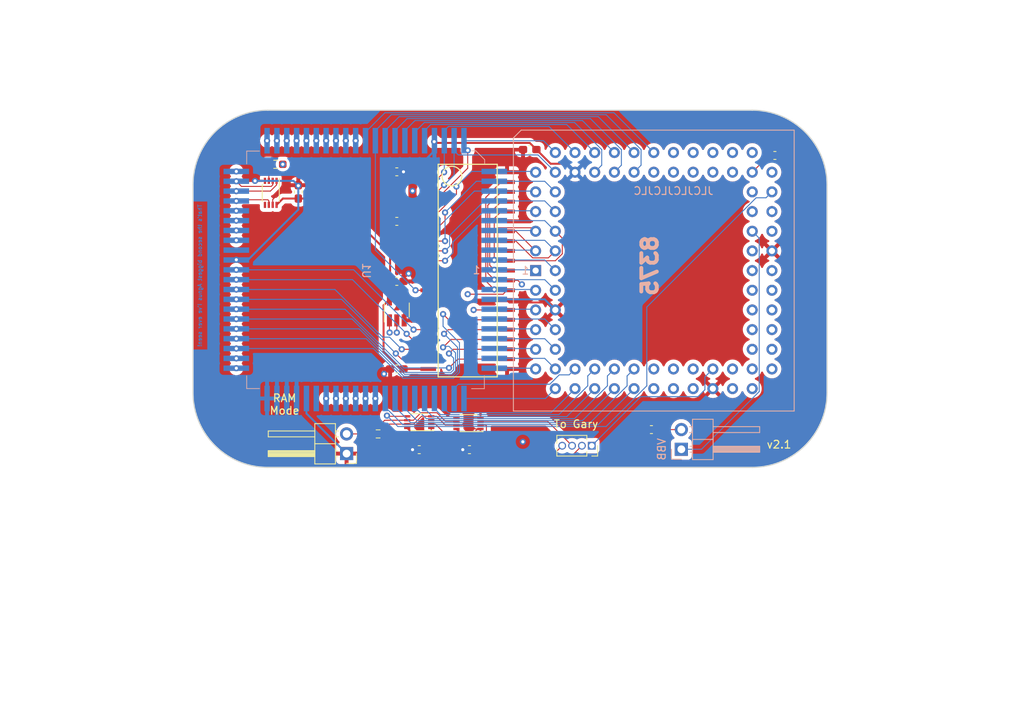
<source format=kicad_pcb>
(kicad_pcb (version 20221018) (generator pcbnew)
  (layers (0 "F.Cu" signal) (1 "In1.Cu" signal) (2 "In2.Cu" signal) (31 "B.Cu" signal) (34 "B.Paste" user) (35 "F.Paste" user) (36 "B.SilkS" user "B.Silkscreen") (37 "F.SilkS" user "F.Silkscreen") (38 "B.Mask" user) (39 "F.Mask" user) (44 "Edge.Cuts" user))
  (net 0 "")
  (net 1 "VCC")
  (net 2 "GND")
  (net 3 "/CLK")
  (net 4 "/A19IN")
  (net 5 "Net-(U7-~{Y})")
  (net 6 "/XCLK")
  (net 7 "/28M")
  (net 8 "/A20")
  (net 9 "/A19_GARY")
  (net 10 "/A20_GARY")
  (net 11 "/DRD10")
  (net 12 "/DRD8")
  (net 13 "/DRD6")
  (net 14 "/DRD4")
  (net 15 "/DRD14")
  (net 16 "/~{CSYNC}")
  (net 17 "/~{LPEN}")
  (net 18 "/A17")
  (net 19 "/A15")
  (net 20 "Net-(U2-14M)")
  (net 21 "/DRD11")
  (net 22 "/DRD9")
  (net 23 "/DRD7")
  (net 24 "/DRD5")
  (net 25 "/DRD3")
  (net 26 "/DRD15")
  (net 27 "/~{HSYNC}")
  (net 28 "/~{VSYNC}")
  (net 29 "/A18")
  (net 30 "/A16")
  (net 31 "/DRD1")
  (net 32 "/~{INTR}")
  (net 33 "/~{BLISS}")
  (net 34 "/~{WE}")
  (net 35 "/~{RGEN}")
  (net 36 "/~{RAMEN}")
  (net 37 "/RGA7")
  (net 38 "/RGA5")
  (net 39 "/RGA3")
  (net 40 "/DRD2")
  (net 41 "/DRD0")
  (net 42 "/~{RESET}")
  (net 43 "/DMAL")
  (net 44 "/~{BLIT}")
  (net 45 "/RW")
  (net 46 "/~{AS}")
  (net 47 "/RGA8")
  (net 48 "/RGA6")
  (net 49 "/RGA4")
  (net 50 "/RGA2")
  (net 51 "/~{XCLKEN}")
  (net 52 "/7M")
  (net 53 "/CCK")
  (net 54 "/DRA1")
  (net 55 "/DRA3")
  (net 56 "/DRA5")
  (net 57 "/DRA7")
  (net 58 "/~{LDS}")
  (net 59 "/RGA1")
  (net 60 "/~{CDAC}")
  (net 61 "/CCKQ")
  (net 63 "/DRA0")
  (net 64 "/DRA2")
  (net 65 "/DRA4")
  (net 66 "/DRA6")
  (net 67 "/DRA8")
  (net 68 "/~{UDS}")
  (net 69 "/~{RAS}")
  (net 70 "/A2")
  (net 71 "/A4")
  (net 72 "/A6")
  (net 73 "/A8")
  (net 74 "/A10")
  (net 75 "/A12")
  (net 76 "/A14")
  (net 77 "/A1")
  (net 78 "/A3")
  (net 79 "/A5")
  (net 80 "/A7")
  (net 81 "/A9")
  (net 82 "/A11")
  (net 83 "/A13")
  (net 84 "/~{RAS1}")
  (net 85 "/~{RAS0}")
  (net 86 "/JP1")
  (net 88 "/~{CASU}")
  (net 91 "/DRD13")
  (net 92 "/DRD12")
  (net 93 "/EXRAM")
  (net 94 "/A23_GARY")
  (net 95 "Net-(C3-Pad1)")
  (net 96 "/DRA9")
  (net 97 "/~{CASL}")
  (footprint "Package_SO:VSSOP-8_2.3x2mm_P0.5mm" (layer "F.Cu") (at 126.466 71.759 180)
    (fp_text reference "U4" hide)
    (fp_text value "74LVC2G157")
  )
  (footprint "Capacitor_SMD:C_0603_1608Metric_Pad1.08x0.95mm_HandSolder" (layer "F.Cu") (at 117.221 39.3192 180)
    (fp_text reference "C8" hide)
    (fp_text value "0.1uF")
  )
  (footprint "Resistor_SMD:R_0603_1608Metric_Pad0.98x0.95mm_HandSolder" (layer "F.Cu") (at 101.6 38.354)
    (fp_text reference "R1" hide)
    (fp_text value "150")
  )
  (footprint "Package_SO:VSSOP-8_2.3x2mm_P0.5mm" (layer "F.Cu") (at 120.116 71.632 180)
    (fp_text reference "U5" hide)
    (fp_text value "74LVC2G157")
  )
  (footprint "Resistor_SMD:R_0603_1608Metric_Pad0.98x0.95mm_HandSolder" (layer "F.Cu") (at 114.808 73.152 180)
    (fp_text reference "R2" hide)
    (fp_text value "4.7K")
  )
  (footprint "Capacitor_SMD:C_0603_1608Metric_Pad1.08x0.95mm_HandSolder" (layer "F.Cu") (at 134.366 36.449 180)
    (fp_text reference "C9" hide)
    (fp_text value "0.1uF")
  )
  (footprint "Capacitor_SMD:C_0603_1608Metric_Pad1.08x0.95mm_HandSolder" (layer "F.Cu") (at 120.116 75.188)
    (fp_text reference "C1" hide)
    (fp_text value "0.1uF")
  )
  (footprint "Capacitor_SMD:C_0603_1608Metric_Pad1.08x0.95mm_HandSolder" (layer "F.Cu") (at 117.221 45.72 180)
    (fp_text reference "C6" hide)
    (fp_text value "0.1uF")
  )
  (footprint "Capacitor_SMD:C_0603_1608Metric_Pad1.08x0.95mm_HandSolder" (layer "F.Cu") (at 117.221 64.77 180)
    (fp_text reference "C5" hide)
    (fp_text value "0.1uF")
  )
  (footprint "Package_SO:VSSOP-8_2.3x2mm_P0.5mm" (layer "F.Cu") (at 100.965 42.037 -90)
    (fp_text reference "U7" hide)
    (fp_text value "74LVC2G157")
  )
  (footprint "Capacitor_SMD:C_0603_1608Metric_Pad1.08x0.95mm_HandSolder" (layer "F.Cu") (at 117.221 53.467)
    (fp_text reference "C7" hide)
    (fp_text value "0.1uF")
  )
  (footprint "Capacitor_SMD:C_0603_1608Metric_Pad1.08x0.95mm_HandSolder" (layer "F.Cu") (at 165.989 37.211)
    (fp_text reference "C10" hide)
    (fp_text value "22pF")
  )
  (footprint "Capacitor_SMD:C_0603_1608Metric_Pad1.08x0.95mm_HandSolder" (layer "F.Cu") (at 126.593 75.188)
    (fp_text reference "C2" hide)
    (fp_text value "0.1uF")
  )
  (footprint "A500:SOJ-42" (layer "F.Cu") (at 126.365 52.07 -90)
    (fp_text reference "U6" hide)
    (fp_text value "GM71C18163C")
  )
  (footprint "Package_TO_SOT_SMD:SOT-23-5_HandSoldering" (layer "F.Cu") (at 117.221 57.15 90)
    (fp_text reference "U3" hide)
    (fp_text value "74AHC1G08")
  )
  (footprint "Capacitor_SMD:C_0603_1608Metric_Pad1.08x0.95mm_HandSolder" (layer "F.Cu") (at 150.0632 72.5932 180)
    (fp_text reference "C3" hide)
    (fp_text value "0.1uF")
  )
  (footprint "Connector_PinSocket_1.27mm:PinSocket_1x04_P1.27mm_Vertical" (layer "F.Cu") (at 142.367 74.676 -90)
    (fp_text reference "J1" hide)
    (fp_text value "ADDR")
  )
  (footprint "Connector_PinHeader_2.54mm:PinHeader_1x02_P2.54mm_Horizontal" (layer "F.Cu") (at 110.744 75.692 180)
    (fp_text reference "J6" hide)
    (fp_text value "Conn_01x02")
  )
  (footprint "Capacitor_SMD:C_0603_1608Metric_Pad1.08x0.95mm_HandSolder" (layer "F.Cu") (at 104.521 41.91 90)
    (fp_text reference "C4" hide)
    (fp_text value "0.1uF")
  )
  (footprint "Connector_PinHeader_2.54mm:PinHeader_1x02_P2.54mm_Horizontal" (layer "B.Cu") (at 153.924 75.1332)
    (fp_text reference "JP1")
    (fp_text value "VBB")
  )
  (footprint "A500:PLCC Plug" (layer "B.Cu") (at 112.776 52.07 90)
    (fp_text reference "U1")
    (fp_text value "Agnus8372")
  )
  (footprint "Package_LCC:PLCC-84_THT-Socket" (layer "B.Cu") (at 135.128 52.07 -90)
    (fp_text reference "U2" hide)
    (fp_text value "Agnus8375")
  )
  (gr_arc (start 172.72 67.818) (mid 169.892994 74.642994) (end 163.067999 77.469999) (stroke (width 0.15)) (layer "Edge.Cuts"))
  (gr_arc (start 90.931999 41.020999) (mid 93.759005 34.196005) (end 100.584 31.369) (stroke (width 0.15)) (layer "Edge.Cuts"))
  (gr_line (start 172.719999 41.021001) (end 172.72 67.818) (stroke (width 0.15)) (layer "Edge.Cuts"))
  (gr_line (start 90.932001 67.817999) (end 90.932 41.021) (stroke (width 0.15)) (layer "Edge.Cuts"))
  (gr_line (start 163.067999 77.469999) (end 100.584 77.47) (stroke (width 0.15)) (layer "Edge.Cuts"))
  (gr_line (start 100.584 31.369) (end 163.068 31.369) (stroke (width 0.15)) (layer "Edge.Cuts"))
  (gr_arc (start 163.068 31.369) (mid 169.892994 34.196006) (end 172.719999 41.021001) (stroke (width 0.15)) (layer "Edge.Cuts"))
  (gr_arc (start 100.584 77.47) (mid 93.759006 74.642994) (end 90.932001 67.817999) (stroke (width 0.15)) (layer "Edge.Cuts"))
  (gr_text "That’s the second biggest Agnus I’ve ever seen!" (at 91.821 52.705 90) (layer "B.Cu") (effects (font (size 0.5 0.5) (thickness 0.1)) (justify mirror)))
  (gr_text "1" (at 133.8072 52.07) (layer "B.SilkS") (effects (font (size 1 1)) (justify mirror)))
  (gr_text "1" (at 127.508 52.0192) (layer "B.SilkS") (effects (font (size 1 1)) (justify mirror)))
  (gr_text "8375" (at 149.86 51.435 -270) (layer "B.SilkS") (effects (font (size 2 2) (thickness 0.5)) (justify mirror)))
  (gr_text "JLCJLCJLCJLC" (at 152.908 41.783) (layer "B.SilkS") (effects (font (size 1 1)) (justify mirror)))
  (gr_text "To Gary" (at 140.335 71.882) (layer "F.SilkS") (effects (font (size 1 1))))
  (gr_text "RAM\nMode" (at 102.743 69.342 360) (layer "F.SilkS") (effects (font (size 1 1))))
  (gr_text "v2.1" (at 166.5224 74.5236) (layer "F.SilkS") (effects (font (size 1 1))))
  (segment (start 115.513986 56.557014) (end 115.513986 62.513974) (width 0.254) (layer "F.Cu") (net 1))
  (segment (start 127.892209 76.073) (end 126.6155 76.073) (width 0.127) (layer "F.Cu") (net 1))
  (segment (start 104.521 42.7725) (end 102.5295 42.7725) (width 0.254) (layer "F.Cu") (net 1))
  (segment (start 116.3585 55.7125) (end 116.271 55.8) (width 0.254) (layer "F.Cu") (net 1))
  (segment (start 117.770012 64.77) (end 118.0835 64.77) (width 0.254) (layer "F.Cu") (net 1))
  (segment (start 102.5295 42.7725) (end 101.745511 43.556489) (width 0.254) (layer "F.Cu") (net 1))
  (segment (start 119.2535 75.188) (end 119.2535 75.1845) (width 0.254) (layer "F.Cu") (net 1))
  (segment (start 119.2535 75.1835) (end 119.2535 73.0695) (width 0.254) (layer "F.Cu") (net 1))
  (segment (start 118.0835 45.72) (end 118.0835 48.2865) (width 0.254) (layer "F.Cu") (net 1))
  (segment (start 128.700022 72.009) (end 128.778 72.086978) (width 0.127) (layer "F.Cu") (net 1))
  (segment (start 118.0835 48.2865) (end 116.3585 50.0115) (width 0.254) (layer "F.Cu") (net 1))
  (segment (start 139.116289 38.278289) (end 137.057789 38.278289) (width 0.254) (layer "F.Cu") (net 1))
  (segment (start 125.7305 75.1845) (end 125.73 75.184) (width 0.254) (layer "F.Cu") (net 1))
  (segment (start 119.2535 75.1845) (end 119.253 75.184) (width 0.254) (layer "F.Cu") (net 1))
  (segment (start 137.057789 38.278289) (end 135.2285 36.449) (width 0.254) (layer "F.Cu") (net 1))
  (segment (start 116.271 55.8) (end 115.513986 56.557014) (width 0.254) (layer "F.Cu") (net 1))
  (segment (start 126.6155 76.073) (end 125.7305 75.188) (width 0.127) (layer "F.Cu") (net 1))
  (segment (start 125.7305 75.188) (end 125.7305 75.1845) (width 0.254) (layer "F.Cu") (net 1))
  (segment (start 128.778 72.086978) (end 128.778 75.187209) (width 0.127) (layer "F.Cu") (net 1))
  (segment (start 117.2175 73.152) (end 119.2535 75.188) (width 0.254) (layer "F.Cu") (net 1))
  (segment (start 104.521 42.7725) (end 109.1195 42.7725) (width 0.254) (layer "F.Cu") (net 1))
  (segment (start 125.7305 73.3235) (end 124.946511 72.539511) (width 0.254) (layer "F.Cu") (net 1))
  (segment (start 134.37298 35.59348) (end 122.36348 35.59348) (width 0.254) (layer "F.Cu") (net 1))
  (segment (start 135.2285 36.449) (end 134.37298 35.59348) (width 0.254) (layer "F.Cu") (net 1))
  (segment (start 140.208 39.37) (end 139.116289 38.278289) (width 0.254) (layer "F.Cu") (net 1))
  (segment (start 128.778 75.187209) (end 127.892209 76.073) (width 0.127) (layer "F.Cu") (net 1))
  (segment (start 101.745511 43.556489) (end 101.745511 43.587) (width 0.254) (layer "F.Cu") (net 1))
  (segment (start 125.73 75.184) (end 125.7305 75.1835) (width 0.254) (layer "F.Cu") (net 1))
  (segment (start 116.3585 53.467) (end 116.3585 55.7125) (width 0.254) (layer "F.Cu") (net 1))
  (segment (start 122.36348 35.59348) (end 122.076 35.306) (width 0.254) (layer "F.Cu") (net 1))
  (segment (start 124.946511 72.539511) (end 124.916 72.539511) (width 0.254) (layer "F.Cu") (net 1))
  (segment (start 116.3585 50.0115) (end 116.3585 53.467) (width 0.254) (layer "F.Cu") (net 1))
  (segment (start 119.253 75.184) (end 119.2535 75.1835) (width 0.254) (layer "F.Cu") (net 1))
  (segment (start 118.0835 39.3192) (end 118.0835 45.72) (width 0.254) (layer "F.Cu") (net 1))
  (segment (start 119.2535 73.0695) (end 118.596511 72.412511) (width 0.254) (layer "F.Cu") (net 1))
  (segment (start 121.285 64.77) (end 118.0835 64.77) (width 0.254) (layer "F.Cu") (net 1))
  (segment (start 118.1343 39.37) (end 118.0835 39.3192) (width 0.254) (layer "F.Cu") (net 1))
  (segment (start 125.7305 75.1835) (end 125.7305 73.3235) (width 0.254) (layer "F.Cu") (net 1))
  (segment (start 109.1195 42.7725) (end 116.3585 50.0115) (width 0.254) (layer "F.Cu") (net 1))
  (segment (start 121.285 39.37) (end 118.1343 39.37) (width 0.254) (layer "F.Cu") (net 1))
  (segment (start 115.7205 73.152) (end 117.2175 73.152) (width 0.254) (layer "F.Cu") (net 1))
  (segment (start 121.285 45.72) (end 118.0835 45.72) (width 0.254) (layer "F.Cu") (net 1))
  (segment (start 115.513986 62.513974) (end 117.770012 64.77) (width 0.254) (layer "F.Cu") (net 1))
  (segment (start 128.016 72.009) (end 128.700022 72.009) (width 0.127) (layer "F.Cu") (net 1))
  (segment (start 118.596511 72.412511) (end 118.566 72.412511) (width 0.254) (layer "F.Cu") (net 1))
  (via (at 119.253 75.184) (size 0.8) (drill 0.4) (layers "F.Cu" "B.Cu") (net 1))
  (via (at 122.047 35.433) (size 0.8) (drill 0.4) (layers "F.Cu" "B.Cu") (net 1))
  (via (at 118.0835 39.3192) (size 0.8) (drill 0.4) (layers "F.Cu" "B.Cu") (net 1))
  (via (at 125.73 75.184) (size 0.8) (drill 0.4) (layers "F.Cu" "B.Cu") (net 1))
  (segment (start 119.3628 39.3192) (end 118.0835 39.3192) (width 0.254) (layer "B.Cu") (net 1))
  (segment (start 122.047 35.433) (end 122.076 35.462) (width 0.254) (layer "B.Cu") (net 1))
  (segment (start 122.076 35.306) (end 122.076 35.404) (width 0.254) (layer "B.Cu") (net 1))
  (segment (start 122.076 35.404) (end 122.047 35.433) (width 0.254) (layer "B.Cu") (net 1))
  (segment (start 122.076 36.606) (end 119.3628 39.3192) (width 0.254) (layer "B.Cu") (net 1))
  (segment (start 125.73 75.184) (end 119.253 75.184) (width 0.254) (layer "B.Cu") (net 1))
  (segment (start 122.076 35.462) (end 122.076 36.606) (width 0.254) (layer "B.Cu") (net 1))
  (segment (start 123.477022 72.009) (end 122.350022 70.882) (width 0.127) (layer "F.Cu") (net 2))
  (segment (start 117.465489 56.760489) (end 117.465489 54.085011) (width 0.254) (layer "F.Cu") (net 2))
  (segment (start 114.70002 73.619189) (end 112.627209 75.692) (width 0.127) (layer "F.Cu") (net 2))
  (segment (start 126.831978 72.009) (end 127.331978 72.509) (width 0.127) (layer "F.Cu") (net 2))
  (segment (start 112.627209 75.692) (end 110.744 75.692) (width 0.127) (layer "F.Cu") (net 2))
  (segment (start 128.016 71.009) (end 126.600022 71.009) (width 0.127) (layer "F.Cu") (net 2))
  (segment (start 127.331978 72.509) (end 128.016 72.509) (width 0.127) (layer "F.Cu") (net 2))
  (segment (start 114.70002 72.900771) (end 114.70002 73.619189) (width 0.127) (layer "F.Cu") (net 2))
  (segment (start 127.381 72.771) (end 127.643 72.509) (width 0.127) (layer "F.Cu") (net 2))
  (segment (start 116.205 64.77) (end 115.57 65.405) (width 0.254) (layer "F.Cu") (net 2))
  (segment (start 116.3585 64.77) (end 116.205 64.77) (width 0.254) (layer "F.Cu") (net 2))
  (segment (start 119.410136 71.882) (end 118.566 71.882) (width 0.127) (layer "F.Cu") (net 2))
  (segment (start 127.4555 75.188) (end 127.381 75.1135) (width 0.127) (layer "F.Cu") (net 2))
  (segment (start 124.916 72.009) (end 126.831978 72.009) (width 0.127) (layer "F.Cu") (net 2))
  (segment (start 118.566 71.882) (end 115.718791 71.882) (width 0.127) (layer "F.Cu") (net 2))
  (segment (start 118.171 57.466) (end 117.465489 56.760489) (width 0.254) (layer "F.Cu") (net 2))
  (segment (start 131.750289 56.185289) (end 136.703289 56.185289) (width 0.254) (layer "F.Cu") (net 2))
  (segment (start 120.410136 70.882) (end 119.410136 71.882) (width 0.127) (layer "F.Cu") (net 2))
  (segment (start 118.171 58.5) (end 118.171 57.466) (width 0.254) (layer "F.Cu") (net 2))
  (segment (start 131.445 55.88) (end 131.750289 56.185289) (width 0.254) (layer "F.Cu") (net 2))
  (segment (start 121.666 70.882) (end 120.410136 70.882) (width 0.127) (layer "F.Cu") (net 2))
  (segment (start 118.0835 53.1125) (end 118.745 52.451) (width 0.254) (layer "F.Cu") (net 2))
  (segment (start 98.933011 40.487) (end 98.933 40.487011) (width 0.127) (layer "F.Cu") (net 2))
  (segment (start 125.600022 72.009) (end 124.916 72.009) (width 0.127) (layer "F.Cu") (net 2))
  (segment (start 104.521 41.0475) (end 103.070478 41.0475) (width 0.127) (layer "F.Cu") (net 2))
  (segment (start 127.381 75.1135) (end 127.381 72.771) (width 0.127) (layer "F.Cu") (net 2))
  (segment (start 127.643 72.509) (end 128.016 72.509) (width 0.127) (layer "F.Cu") (net 2))
  (segment (start 118.0835 53.467) (end 118.0835 53.1125) (width 0.254) (layer "F.Cu") (net 2))
  (segment (start 124.916 72.009) (end 123.477022 72.009) (width 0.127) (layer "F.Cu") (net 2))
  (segment (start 103.070478 41.0475) (end 101.215 42.902978) (width 0.127) (layer "F.Cu") (net 2))
  (segment (start 115.718791 71.882) (end 114.70002 72.900771) (width 0.127) (layer "F.Cu") (net 2))
  (segment (start 101.215 42.902978) (end 101.215 43.587) (width 0.127) (layer "F.Cu") (net 2))
  (segment (start 122.350022 70.882) (end 121.666 70.882) (width 0.127) (layer "F.Cu") (net 2))
  (segment (start 126.600022 71.009) (end 125.600022 72.009) (width 0.127) (layer "F.Cu") (net 2))
  (segment (start 100.215 40.487) (end 98.933011 40.487) (width 0.127) (layer "F.Cu") (net 2))
  (segment (start 117.465489 54.085011) (end 118.0835 53.467) (width 0.254) (layer "F.Cu") (net 2))
  (segment (start 136.703289 56.185289) (end 137.668 57.15) (width 0.254) (layer "F.Cu") (net 2))
  (via (at 118.745 52.451) (size 0.8) (drill 0.4) (layers "F.Cu" "B.Cu") (net 2))
  (via (at 104.517335 41.114129) (size 0.8) (drill 0.4) (layers "F.Cu" "B.Cu") (net 2))
  (via (at 115.57 65.405) (size 0.8) (drill 0.4) (layers "F.Cu" "B.Cu") (net 2))
  (via (at 98.933 40.487011) (size 0.8) (drill 0.4) (layers "F.Cu" "B.Cu") (net 2))
  (via (at 133.477 74.168) (size 0.8) (drill 0.4) (layers "F.Cu" "B.Cu") (net 2))
  (via (at 96.52 50.673) (size 0.8) (drill 0.4) (layers "F.Cu" "B.Cu") (net 2))
  (via (at 119.253 41.783) (size 0.8) (drill 0.4) (layers "F.Cu" "B.Cu") (net 2))
  (segment (start 105.566 70.514) (end 110.744 75.692) (width 0.254) (layer "B.Cu") (net 2))
  (segment (start 136.3 55.782) (end 137.668 57.15) (width 0.254) (layer "B.Cu") (net 2))
  (segment (start 96.52 50.673) (end 98.040022 50.673) (width 0.254) (layer "B.Cu") (net 2))
  (segment (start 98.933 40.487011) (end 103.890217 40.487011) (width 0.254) (layer "B.Cu") (net 2))
  (segment (start 129.794 55.782) (end 136.3 55.782) (width 0.254) (layer "B.Cu") (net 2))
  (segment (start 105.566 68.58) (end 105.566 70.514) (width 0.254) (layer "B.Cu") (net 2))
  (segment (start 104.517335 44.195687) (end 104.517335 41.114129) (width 0.254) (layer "B.Cu") (net 2))
  (segment (start 103.890217 40.487011) (end 104.517335 41.114129) (width 0.254) (layer "B.Cu") (net 2))
  (segment (start 98.040022 50.673) (end 104.517335 44.195687) (width 0.254) (layer "B.Cu") (net 2))
  (segment (start 165.1265 37.3115) (end 165.1265 37.211) (width 0.127) (layer "F.Cu") (net 3))
  (segment (start 163.068 39.37) (end 165.1265 37.3115) (width 0.127) (layer "F.Cu") (net 3))
  (via (at 102.5125 38.354) (size 0.8) (drill 0.4) (layers "F.Cu" "B.Cu") (net 3))
  (segment (start 100.6875 38.354) (end 100.715 38.3815) (width 0.127) (layer "F.Cu") (net 5))
  (segment (start 100.715 38.3815) (end 100.715 40.487) (width 0.127) (layer "F.Cu") (net 5))
  (segment (start 101.715 40.487) (end 101.715 41.014) (width 0.127) (layer "F.Cu") (net 6))
  (segment (start 101.715 41.014) (end 100.917 41.812) (width 0.127) (layer "F.Cu") (net 6))
  (segment (start 100.917 41.812) (end 96.52 41.812) (width 0.127) (layer "F.Cu") (net 6))
  (via (at 96.52 41.812) (size 0.8) (drill 0.4) (layers "F.Cu" "B.Cu") (net 6))
  (segment (start 101.024989 41.204011) (end 97.182011 41.204011) (width 0.127) (layer "F.Cu") (net 7))
  (segment (start 101.215 40.487) (end 101.215 41.014) (width 0.127) (layer "F.Cu") (net 7))
  (segment (start 97.182011 41.204011) (end 96.52 40.542) (width 0.127) (layer "F.Cu") (net 7))
  (segment (start 101.215 41.014) (end 101.024989 41.204011) (width 0.127) (layer "F.Cu") (net 7))
  (via (at 96.52 40.542) (size 0.8) (drill 0.4) (layers "F.Cu" "B.Cu") (net 7))
  (segment (start 118.566 70.882) (end 116.041 70.882) (width 0.127) (layer "F.Cu") (net 8))
  (segment (start 116.041 70.882) (end 115.951 70.792) (width 0.127) (layer "F.Cu") (net 8))
  (via (at 115.951 70.792) (size 0.8) (drill 0.4) (layers "F.Cu" "B.Cu") (net 8))
  (segment (start 149.466789 66.945717) (end 149.466789 56.776705) (width 0.127) (layer "B.Cu") (net 8))
  (segment (start 117.353651 72.194651) (end 144.217855 72.194651) (width 0.127) (layer "B.Cu") (net 8))
  (segment (start 164.846 42.672) (end 165.608 41.91) (width 0.127) (layer "B.Cu") (net 8))
  (segment (start 163.571494 42.672) (end 164.846 42.672) (width 0.127) (layer "B.Cu") (net 8))
  (segment (start 144.217855 72.194651) (end 149.466789 66.945717) (width 0.127) (layer "B.Cu") (net 8))
  (segment (start 149.466789 56.776705) (end 163.571494 42.672) (width 0.127) (layer "B.Cu") (net 8))
  (segment (start 115.951 70.792) (end 117.353651 72.194651) (width 0.127) (layer "B.Cu") (net 8))
  (segment (start 156.959789 65.798211) (end 157.988 64.77) (width 0.127) (layer "B.Cu") (net 9))
  (segment (start 156.959789 67.449211) (end 156.959789 65.798211) (width 0.127) (layer "B.Cu") (net 9))
  (segment (start 142.367 74.676) (end 148.704789 68.338211) (width 0.127) (layer "B.Cu") (net 9))
  (segment (start 156.070789 68.338211) (end 156.959789 67.449211) (width 0.127) (layer "B.Cu") (net 9))
  (segment (start 148.704789 68.338211) (end 156.070789 68.338211) (width 0.127) (layer "B.Cu") (net 9))
  (segment (start 121.666 72.80374) (end 125.5693 76.70704) (width 0.127) (layer "F.Cu") (net 10))
  (segment (start 121.666 72.382) (end 121.666 72.80374) (width 0.127) (layer "F.Cu") (net 10))
  (segment (start 139.06596 76.70704) (end 141.097 74.676) (width 0.127) (layer "F.Cu") (net 10))
  (segment (start 125.5693 76.70704) (end 139.06596 76.70704) (width 0.127) (layer "F.Cu") (net 10))
  (segment (start 136.766789 50.431211) (end 134.754705 50.431211) (width 0.127) (layer "F.Cu") (net 11))
  (segment (start 132.583494 48.26) (end 131.445 48.26) (width 0.127) (layer "F.Cu") (net 11))
  (segment (start 137.668 49.53) (end 136.766789 50.431211) (width 0.127) (layer "F.Cu") (net 11))
  (segment (start 134.754705 50.431211) (end 132.583494 48.26) (width 0.127) (layer "F.Cu") (net 11))
  (segment (start 129.794 48.162) (end 136.3 48.162) (width 0.127) (layer "B.Cu") (net 11))
  (segment (start 136.3 48.162) (end 137.668 49.53) (width 0.127) (layer "B.Cu") (net 11))
  (segment (start 131.445 50.8) (end 137.672506 50.8) (width 0.127) (layer "F.Cu") (net 12))
  (segment (start 138.569211 49.903295) (end 138.569211 47.891211) (width 0.127) (layer "F.Cu") (net 12))
  (segment (start 137.672506 50.8) (end 138.569211 49.903295) (width 0.127) (layer "F.Cu") (net 12))
  (segment (start 138.569211 47.891211) (end 137.668 46.99) (width 0.127) (layer "F.Cu") (net 12))
  (segment (start 136.3 45.622) (end 137.668 46.99) (width 0.127) (layer "B.Cu") (net 12))
  (segment (start 129.794 45.622) (end 136.3 45.622) (width 0.127) (layer "B.Cu") (net 12))
  (segment (start 123.444 49.53) (end 121.285 49.53) (width 0.127) (layer "F.Cu") (net 13))
  (via (at 123.444 49.53) (size 0.8) (drill 0.4) (layers "F.Cu" "B.Cu") (net 13))
  (segment (start 136.3 43.082) (end 137.668 44.45) (width 0.127) (layer "B.Cu") (net 13))
  (segment (start 124.034011 48.939989) (end 123.444 49.53) (width 0.127) (layer "B.Cu") (net 13))
  (segment (start 128.494 43.082) (end 124.034011 47.541989) (width 0.127) (layer "B.Cu") (net 13))
  (segment (start 129.794 43.082) (end 136.3 43.082) (width 0.127) (layer "B.Cu") (net 13))
  (segment (start 129.794 43.082) (end 128.494 43.082) (width 0.127) (layer "B.Cu") (net 13))
  (segment (start 124.034011 47.541989) (end 124.034011 48.939989) (width 0.127) (layer "B.Cu") (net 13))
  (segment (start 123.444 44.577) (end 123.444 45.593) (width 0.127) (layer "F.Cu") (net 14))
  (segment (start 122.047 46.99) (end 121.285 46.99) (width 0.127) (layer "F.Cu") (net 14))
  (segment (start 123.444 45.593) (end 122.047 46.99) (width 0.127) (layer "F.Cu") (net 14))
  (via (at 123.444 44.577) (size 0.8) (drill 0.4) (layers "F.Cu" "B.Cu") (net 14))
  (segment (start 129.794 40.542) (end 127.479 40.542) (width 0.127) (layer "B.Cu") (net 14))
  (segment (start 129.794 40.542) (end 136.3 40.542) (width 0.127) (layer "B.Cu") (net 14))
  (segment (start 127.479 40.542) (end 123.444 44.577) (width 0.127) (layer "B.Cu") (net 14))
  (segment (start 136.3 40.542) (end 137.668 41.91) (width 0.127) (layer "B.Cu") (net 14))
  (segment (start 128.950469 43.642531) (end 128.950469 52.398469) (width 0.127) (layer "F.Cu") (net 15))
  (segment (start 131.445 41.91) (end 130.683 41.91) (width 0.127) (layer "F.Cu") (net 15))
  (segment (start 128.950469 52.398469) (end 129.794 53.242) (width 0.127) (layer "F.Cu") (net 15))
  (segment (start 130.683 41.91) (end 128.950469 43.642531) (width 0.127) (layer "F.Cu") (net 15))
  (via (at 129.794 53.242) (size 0.8) (drill 0.4) (layers "F.Cu" "B.Cu") (net 15))
  (segment (start 136.3 53.242) (end 137.668 54.61) (width 0.127) (layer "B.Cu") (net 15))
  (segment (start 129.794 53.242) (end 136.3 53.242) (width 0.127) (layer "B.Cu") (net 15))
  (segment (start 136.3 58.322) (end 137.668 59.69) (width 0.127) (layer "B.Cu") (net 16))
  (segment (start 129.794 58.322) (end 136.3 58.322) (width 0.127) (layer "B.Cu") (net 16))
  (segment (start 136.3 60.862) (end 137.668 62.23) (width 0.127) (layer "B.Cu") (net 17))
  (segment (start 129.794 60.862) (end 136.3 60.862) (width 0.127) (layer "B.Cu") (net 17))
  (segment (start 129.794 63.402) (end 136.3 63.402) (width 0.127) (layer "B.Cu") (net 18))
  (segment (start 136.3 63.402) (end 137.668 64.77) (width 0.127) (layer "B.Cu") (net 18))
  (segment (start 125.886 68.58) (end 136.398 68.58) (width 0.127) (layer "B.Cu") (net 19))
  (segment (start 136.398 68.58) (end 137.668 67.31) (width 0.127) (layer "B.Cu") (net 19))
  (segment (start 163.969211 67.683295) (end 156.519306 75.1332) (width 0.127) (layer "B.Cu") (net 20))
  (segment (start 163.068 46.99) (end 163.969211 47.891211) (width 0.127) (layer "B.Cu") (net 20))
  (segment (start 156.519306 75.1332) (end 153.924 75.1332) (width 0.127) (layer "B.Cu") (net 20))
  (segment (start 163.969211 49.390789) (end 163.969211 67.683295) (width 0.127) (layer "B.Cu") (net 20))
  (segment (start 163.969211 47.891211) (end 163.969211 49.390789) (width 0.127) (layer "B.Cu") (net 20))
  (segment (start 131.445 46.99) (end 132.588 46.99) (width 0.127) (layer "F.Cu") (net 21))
  (segment (start 132.588 46.99) (end 135.128 49.53) (width 0.127) (layer "F.Cu") (net 21))
  (segment (start 135.03 49.432) (end 135.128 49.53) (width 0.127) (layer "B.Cu") (net 21))
  (segment (start 129.794 49.432) (end 135.03 49.432) (width 0.127) (layer "B.Cu") (net 21))
  (segment (start 130.238989 46.608022) (end 130.301022 46.545989) (width 0.127) (layer "F.Cu") (net 22))
  (segment (start 130.301022 46.545989) (end 134.683989 46.545989) (width 0.127) (layer "F.Cu") (net 22))
  (segment (start 130.683 49.53) (end 130.238989 49.085989) (width 0.127) (layer "F.Cu") (net 22))
  (segment (start 130.238989 49.085989) (end 130.238989 46.608022) (width 0.127) (layer "F.Cu") (net 22))
  (segment (start 131.445 49.53) (end 130.683 49.53) (width 0.127) (layer "F.Cu") (net 22))
  (segment (start 134.683989 46.545989) (end 135.128 46.99) (width 0.127) (layer "F.Cu") (net 22))
  (segment (start 135.03 46.892) (end 135.128 46.99) (width 0.127) (layer "B.Cu") (net 22))
  (segment (start 129.794 46.892) (end 135.03 46.892) (width 0.127) (layer "B.Cu") (net 22))
  (segment (start 123.444 50.8) (end 121.285 50.8) (width 0.127) (layer "F.Cu") (net 23))
  (via (at 123.444 50.8) (size 0.8) (drill 0.4) (layers "F.Cu" "B.Cu") (net 23))
  (segment (start 124.46 48.386) (end 124.46 49.784) (width 0.127) (layer "B.Cu") (net 23))
  (segment (start 135.03 44.352) (end 135.128 44.45) (width 0.127) (layer "B.Cu") (net 23))
  (segment (start 129.794 44.352) (end 135.03 44.352) (width 0.127) (layer "B.Cu") (net 23))
  (segment (start 124.46 49.784) (end 123.444 50.8) (width 0.127) (layer "B.Cu") (net 23))
  (segment (start 129.794 44.352) (end 128.494 44.352) (width 0.127) (layer "B.Cu") (net 23))
  (segment (start 128.494 44.352) (end 124.46 48.386) (width 0.127) (layer "B.Cu") (net 23))
  (segment (start 123.444 48.26) (end 121.285 48.26) (width 0.127) (layer "F.Cu") (net 24))
  (via (at 123.444 48.26) (size 0.8) (drill 0.4) (layers "F.Cu" "B.Cu") (net 24))
  (segment (start 123.444 45.593) (end 123.444 48.26) (width 0.127) (layer "B.Cu") (net 24))
  (segment (start 127.225 41.812) (end 124.46 44.577) (width 0.127) (layer "B.Cu") (net 24))
  (segment (start 129.794 41.812) (end 127.225 41.812) (width 0.127) (layer "B.Cu") (net 24))
  (segment (start 124.46 44.577) (end 123.444 45.593) (width 0.127) (layer "B.Cu") (net 24))
  (segment (start 129.794 41.812) (end 135.03 41.812) (width 0.127) (layer "B.Cu") (net 24))
  (segment (start 135.03 41.812) (end 135.128 41.91) (width 0.127) (layer "B.Cu") (net 24))
  (segment (start 122.682 44.45) (end 121.285 44.45) (width 0.127) (layer "F.Cu") (net 25))
  (segment (start 124.913386 42.218614) (end 122.682 44.45) (width 0.127) (layer "F.Cu") (net 25))
  (segment (start 124.913386 41.220386) (end 124.913386 42.218614) (width 0.127) (layer "F.Cu") (net 25))
  (via (at 124.913386 41.220386) (size 0.8) (drill 0.4) (layers "F.Cu" "B.Cu") (net 25))
  (segment (start 129.794 39.272) (end 126.861772 39.272) (width 0.127) (layer "B.Cu") (net 25))
  (segment (start 129.794 39.272) (end 135.03 39.272) (width 0.127) (layer "B.Cu") (net 25))
  (segment (start 126.861772 39.272) (end 124.913386 41.220386) (width 0.127) (layer "B.Cu") (net 25))
  (segment (start 135.03 39.272) (end 135.128 39.37) (width 0.127) (layer "B.Cu") (net 25))
  (segment (start 130.683 40.64) (end 128.696949 42.626051) (width 0.127) (layer "F.Cu") (net 26))
  (segment (start 128.696949 53.414949) (end 129.794 54.512) (width 0.127) (layer "F.Cu") (net 26))
  (segment (start 128.696949 42.626051) (end 128.696949 53.414949) (width 0.127) (layer "F.Cu") (net 26))
  (segment (start 131.445 40.64) (end 130.683 40.64) (width 0.127) (layer "F.Cu") (net 26))
  (via (at 129.794 54.512) (size 0.8) (drill 0.4) (layers "F.Cu" "B.Cu") (net 26))
  (segment (start 135.03 54.512) (end 135.128 54.61) (width 0.127) (layer "B.Cu") (net 26))
  (segment (start 129.794 54.512) (end 135.03 54.512) (width 0.127) (layer "B.Cu") (net 26))
  (segment (start 135.03 57.052) (end 135.128 57.15) (width 0.127) (layer "B.Cu") (net 27))
  (segment (start 129.794 57.052) (end 135.03 57.052) (width 0.127) (layer "B.Cu") (net 27))
  (segment (start 129.794 59.592) (end 135.03 59.592) (width 0.127) (layer "B.Cu") (net 28))
  (segment (start 135.03 59.592) (end 135.128 59.69) (width 0.127) (layer "B.Cu") (net 28))
  (segment (start 135.03 62.132) (end 135.128 62.23) (width 0.127) (layer "B.Cu") (net 29))
  (segment (start 129.794 62.132) (end 135.03 62.132) (width 0.127) (layer "B.Cu") (net 29))
  (segment (start 135.03 64.672) (end 135.128 64.77) (width 0.127) (layer "B.Cu") (net 30))
  (segment (start 129.794 64.672) (end 135.03 64.672) (width 0.127) (layer "B.Cu") (net 30))
  (segment (start 122.428 41.91) (end 121.285 41.91) (width 0.127) (layer "F.Cu") (net 31))
  (segment (start 123.317 41.021) (end 122.428 41.91) (width 0.127) (layer "F.Cu") (net 31))
  (via (at 123.317 41.021) (size 0.8) (drill 0.4) (layers "F.Cu" "B.Cu") (net 31))
  (segment (start 124.616 39.722) (end 123.317 41.021) (width 0.127) (layer "B.Cu") (net 31))
  (segment (start 137.668 39.37) (end 135.444011 37.146011) (width 0.127) (layer "B.Cu") (net 31))
  (segment (start 135.444011 37.146011) (end 125.156011 37.146011) (width 0.127) (layer "B.Cu") (net 31))
  (segment (start 124.616 36.606) (end 124.616 35.306) (width 0.127) (layer "B.Cu") (net 31))
  (segment (start 125.156011 37.146011) (end 124.616 36.606) (width 0.127) (layer "B.Cu") (net 31))
  (segment (start 124.616 35.306) (end 124.616 39.722) (width 0.127) (layer "B.Cu") (net 31))
  (segment (start 119.536 35.306) (end 119.536 34.195978) (width 0.127) (layer "B.Cu") (net 32))
  (segment (start 143.649211 38.468789) (end 142.748 39.37) (width 0.127) (layer "B.Cu") (net 32))
  (segment (start 143.649211 36.456705) (end 143.649211 38.468789) (width 0.127) (layer "B.Cu") (net 32))
  (segment (start 119.536 34.195978) (end 120.773029 32.958949) (width 0.127) (layer "B.Cu") (net 32))
  (segment (start 140.151455 32.958949) (end 143.649211 36.456705) (width 0.127) (layer "B.Cu") (net 32))
  (segment (start 120.773029 32.958949) (end 140.151455 32.958949) (width 0.127) (layer "B.Cu") (net 32))
  (segment (start 116.996 35.306) (end 116.996 34.006) (width 0.127) (layer "B.Cu") (net 33))
  (segment (start 142.184415 32.451909) (end 146.189211 36.456705) (width 0.127) (layer "B.Cu") (net 33))
  (segment (start 146.189211 38.468789) (end 145.288 39.37) (width 0.127) (layer "B.Cu") (net 33))
  (segment (start 146.189211 36.456705) (end 146.189211 38.468789) (width 0.127) (layer "B.Cu") (net 33))
  (segment (start 118.550091 32.451909) (end 142.184415 32.451909) (width 0.127) (layer "B.Cu") (net 33))
  (segment (start 116.996 34.006) (end 118.550091 32.451909) (width 0.127) (layer "B.Cu") (net 33))
  (segment (start 119.634 54.61) (end 121.285 54.61) (width 0.127) (layer "F.Cu") (net 34))
  (via (at 119.634 54.61) (size 0.8) (drill 0.4) (layers "F.Cu" "B.Cu") (net 34))
  (segment (start 114.456 35.306) (end 114.456 49.432) (width 0.127) (layer "B.Cu") (net 34))
  (segment (start 116.517131 31.944869) (end 144.217375 31.944869) (width 0.127) (layer "B.Cu") (net 34))
  (segment (start 144.217375 31.944869) (end 148.729211 36.456705) (width 0.127) (layer "B.Cu") (net 34))
  (segment (start 148.729211 38.468789) (end 147.828 39.37) (width 0.127) (layer "B.Cu") (net 34))
  (segment (start 148.729211 36.456705) (end 148.729211 38.468789) (width 0.127) (layer "B.Cu") (net 34))
  (segment (start 114.456 49.432) (end 119.634 54.61) (width 0.127) (layer "B.Cu") (net 34))
  (segment (start 114.456 34.006) (end 116.517131 31.944869) (width 0.127) (layer "B.Cu") (net 34))
  (segment (start 114.456 35.306) (end 114.456 34.006) (width 0.127) (layer "B.Cu") (net 34))
  (via (at 111.916 35.306) (size 0.8) (drill 0.4) (layers "F.Cu" "B.Cu") (net 35))
  (via (at 109.376 35.306) (size 0.8) (drill 0.4) (layers "F.Cu" "B.Cu") (net 36))
  (via (at 106.836 35.306) (size 0.8) (drill 0.4) (layers "F.Cu" "B.Cu") (net 37))
  (via (at 104.296 35.306) (size 0.8) (drill 0.4) (layers "F.Cu" "B.Cu") (net 38))
  (via (at 101.756 35.306) (size 0.8) (drill 0.4) (layers "F.Cu" "B.Cu") (net 39))
  (segment (start 126.365 36.556011) (end 126.365 38.862) (width 0.127) (layer "F.Cu") (net 40))
  (segment (start 122.047 43.18) (end 121.285 43.18) (width 0.127) (layer "F.Cu") (net 40))
  (segment (start 126.365 38.862) (end 122.047 43.18) (width 0.127) (layer "F.Cu") (net 40))
  (via (at 126.365 36.556011) (size 0.8) (drill 0.4) (layers "F.Cu" "B.Cu") (net 40))
  (segment (start 125.886 35.306) (end 136.144 35.306) (width 0.127) (layer "B.Cu") (net 40))
  (segment (start 136.144 35.306) (end 137.668 36.83) (width 0.127) (layer "B.Cu") (net 40))
  (segment (start 125.886 35.306) (end 125.886 36.077011) (width 0.127) (layer "B.Cu") (net 40))
  (segment (start 125.886 36.077011) (end 126.365 36.556011) (width 0.127) (layer "B.Cu") (net 40))
  (segment (start 123.317 39.37) (end 122.047 40.64) (width 0.127) (layer "F.Cu") (net 41))
  (segment (start 122.047 40.64) (end 121.285 40.64) (width 0.127) (layer "F.Cu") (net 41))
  (via (at 123.317 39.37) (size 0.8) (drill 0.4) (layers "F.Cu" "B.Cu") (net 41))
  (segment (start 123.886011 33.465989) (end 136.843989 33.465989) (width 0.127) (layer "B.Cu") (net 41))
  (segment (start 123.346 35.306) (end 123.346 34.006) (width 0.127) (layer "B.Cu") (net 41))
  (segment (start 123.346 34.006) (end 123.886011 33.465989) (width 0.127) (layer "B.Cu") (net 41))
  (segment (start 123.346 35.306) (end 123.346 39.341) (width 0.127) (layer "B.Cu") (net 41))
  (segment (start 136.843989 33.465989) (end 140.208 36.83) (width 0.127) (layer "B.Cu") (net 41))
  (segment (start 123.346 39.341) (end 123.317 39.37) (width 0.127) (layer "B.Cu") (net 41))
  (segment (start 121.599531 33.212469) (end 139.130469 33.212469) (width 0.127) (layer "B.Cu") (net 42))
  (segment (start 120.806 35.306) (end 120.806 34.006) (width 0.127) (layer "B.Cu") (net 42))
  (segment (start 139.130469 33.212469) (end 142.748 36.83) (width 0.127) (layer "B.Cu") (net 42))
  (segment (start 120.806 34.006) (end 121.599531 33.212469) (width 0.127) (layer "B.Cu") (net 42))
  (segment (start 141.163429 32.705429) (end 145.288 36.83) (width 0.127) (layer "B.Cu") (net 43))
  (segment (start 119.566571 32.705429) (end 141.163429 32.705429) (width 0.127) (layer "B.Cu") (net 43))
  (segment (start 118.266 35.306) (end 118.266 34.006) (width 0.127) (layer "B.Cu") (net 43))
  (segment (start 118.266 34.006) (end 119.566571 32.705429) (width 0.127) (layer "B.Cu") (net 43))
  (segment (start 117.533611 32.198389) (end 143.196389 32.198389) (width 0.127) (layer "B.Cu") (net 44))
  (segment (start 115.726 34.006) (end 117.533611 32.198389) (width 0.127) (layer "B.Cu") (net 44))
  (segment (start 143.196389 32.198389) (end 147.828 36.83) (width 0.127) (layer "B.Cu") (net 44))
  (segment (start 115.726 35.306) (end 115.726 34.006) (width 0.127) (layer "B.Cu") (net 44))
  (segment (start 115.690629 31.691349) (end 145.229349 31.691349) (width 0.127) (layer "B.Cu") (net 45))
  (segment (start 113.186 34.195978) (end 115.690629 31.691349) (width 0.127) (layer "B.Cu") (net 45))
  (segment (start 145.229349 31.691349) (end 150.368 36.83) (width 0.127) (layer "B.Cu") (net 45))
  (segment (start 113.186 35.306) (end 113.186 34.195978) (width 0.127) (layer "B.Cu") (net 45))
  (via (at 110.646 35.306) (size 0.8) (drill 0.4) (layers "F.Cu" "B.Cu") (net 46))
  (via (at 108.106 35.306) (size 0.8) (drill 0.4) (layers "F.Cu" "B.Cu") (net 47))
  (via (at 105.566 35.306) (size 0.8) (drill 0.4) (layers "F.Cu" "B.Cu") (net 48))
  (via (at 103.026 35.306) (size 0.8) (drill 0.4) (layers "F.Cu" "B.Cu") (net 49))
  (via (at 100.486 35.306) (size 0.8) (drill 0.4) (layers "F.Cu" "B.Cu") (net 50))
  (segment (start 100.715 43.587) (end 100.715 43.06) (width 0.127) (layer "F.Cu") (net 51))
  (segment (start 96.676 42.926) (end 96.52 43.082) (width 0.127) (layer "F.Cu") (net 51))
  (segment (start 100.581 42.926) (end 96.676 42.926) (width 0.127) (layer "F.Cu") (net 51))
  (segment (start 100.715 43.06) (end 100.581 42.926) (width 0.127) (layer "F.Cu") (net 51))
  (via (at 96.52 43.082) (size 0.8) (drill 0.4) (layers "F.Cu" "B.Cu") (net 51))
  (via (at 96.52 45.622) (size 0.8) (drill 0.4) (layers "F.Cu" "B.Cu") (net 52))
  (via (at 96.52 48.162) (size 0.8) (drill 0.4) (layers "F.Cu" "B.Cu") (net 53))
  (segment (start 118.491 60.231749) (end 119.219251 60.96) (width 0.127) (layer "F.Cu") (net 54))
  (segment (start 119.219251 60.96) (end 121.285 60.96) (width 0.127) (layer "F.Cu") (net 54))
  (via (at 118.491 60.231749) (size 0.8) (drill 0.4) (layers "F.Cu" "B.Cu") (net 54))
  (via (at 96.52 53.242) (size 0.8) (drill 0.4) (layers "F.Cu" "B.Cu") (net 54))
  (segment (start 96.52 53.242) (end 111.501251 53.242) (width 0.127) (layer "B.Cu") (net 54))
  (segment (start 111.501251 53.242) (end 118.491 60.231749) (width 0.127) (layer "B.Cu") (net 54))
  (segment (start 117.824057 63.5) (end 121.285 63.5) (width 0.127) (layer "F.Cu") (net 55))
  (segment (start 117.094903 62.770846) (end 117.824057 63.5) (width 0.127) (layer "F.Cu") (net 55))
  (via (at 96.52 55.782) (size 0.8) (drill 0.4) (layers "F.Cu" "B.Cu") (net 55))
  (via (at 117.094903 62.770846) (size 0.8) (drill 0.4) (layers "F.Cu" "B.Cu") (net 55))
  (segment (start 96.52 55.782) (end 110.106057 55.782) (width 0.127) (layer "B.Cu") (net 55))
  (segment (start 110.106057 55.782) (end 117.094903 62.770846) (width 0.127) (layer "B.Cu") (net 55))
  (segment (start 123.952 62.771749) (end 124.493749 62.23) (width 0.127) (layer "F.Cu") (net 56))
  (segment (start 124.493749 62.23) (end 131.445 62.23) (width 0.127) (layer "F.Cu") (net 56))
  (via (at 96.52 58.322) (size 0.8) (drill 0.4) (layers "F.Cu" "B.Cu") (net 56))
  (via (at 123.952 62.771749) (size 0.8) (drill 0.4) (layers "F.Cu" "B.Cu") (net 56))
  (segment (start 124.542011 63.36176) (end 123.952 62.771749) (width 0.127) (layer "B.Cu") (net 56))
  (segment (start 112.862061 59.730939) (end 118.353729 65.222607) (width 0.127) (layer "B.Cu") (net 56))
  (segment (start 124.196392 65.222607) (end 124.542011 64.876988) (width 0.127) (layer "B.Cu") (net 56))
  (segment (start 124.542011 64.876988) (end 124.542011 63.36176) (width 0.127) (layer "B.Cu") (net 56))
  (segment (start 118.353729 65.222607) (end 124.196392 65.222607) (width 0.127) (layer "B.Cu") (net 56))
  (segment (start 111.453122 58.322) (end 112.862061 59.730939) (width 0.127) (layer "B.Cu") (net 56))
  (segment (start 96.52 58.322) (end 111.453122 58.322) (width 0.127) (layer "B.Cu") (net 56))
  (segment (start 123.858749 59.69) (end 131.445 59.69) (width 0.127) (layer "F.Cu") (net 57))
  (segment (start 123.317 60.231749) (end 123.858749 59.69) (width 0.127) (layer "F.Cu") (net 57))
  (via (at 123.317 60.231749) (size 0.8) (drill 0.4) (layers "F.Cu" "B.Cu") (net 57))
  (via (at 96.52 60.862) (size 0.8) (drill 0.4) (layers "F.Cu" "B.Cu") (net 57))
  (segment (start 118.143707 65.729647) (end 124.079 65.729647) (width 0.127) (layer "B.Cu") (net 57))
  (segment (start 125.049051 61.9638) (end 123.317 60.231749) (width 0.127) (layer "B.Cu") (net 57))
  (segment (start 125.049051 65.08701) (end 125.049051 64.643) (width 0.127) (layer "B.Cu") (net 57))
  (segment (start 124.406414 65.729647) (end 125.049051 65.08701) (width 0.127) (layer "B.Cu") (net 57))
  (segment (start 125.049051 64.643) (end 125.049051 61.9638) (width 0.127) (layer "B.Cu") (net 57))
  (segment (start 124.079 65.729647) (end 124.406414 65.729647) (width 0.127) (layer "B.Cu") (net 57))
  (segment (start 115.234029 62.819971) (end 118.143707 65.729647) (width 0.127) (layer "B.Cu") (net 57))
  (segment (start 96.52 60.862) (end 113.276058 60.862) (width 0.127) (layer "B.Cu") (net 57))
  (segment (start 113.276058 60.862) (end 115.234029 62.819971) (width 0.127) (layer "B.Cu") (net 57))
  (via (at 96.52 63.402) (size 0.8) (drill 0.4) (layers "F.Cu" "B.Cu") (net 58))
  (via (at 96.52 39.272) (size 0.8) (drill 0.4) (layers "F.Cu" "B.Cu") (net 59))
  (via (at 96.52 44.352) (size 0.8) (drill 0.4) (layers "F.Cu" "B.Cu") (net 60))
  (via (at 96.52 46.892) (size 0.8) (drill 0.4) (layers "F.Cu" "B.Cu") (net 61))
  (segment (start 119.38 59.69) (end 121.285 59.69) (width 0.127) (layer "F.Cu") (net 63))
  (via (at 119.38 59.69) (size 0.8) (drill 0.4) (layers "F.Cu" "B.Cu") (net 63))
  (via (at 96.52 51.972) (size 0.8) (drill 0.4) (layers "F.Cu" "B.Cu") (net 63))
  (segment (start 111.662 51.972) (end 119.38 59.69) (width 0.127) (layer "B.Cu") (net 63))
  (segment (start 96.52 51.972) (end 111.662 51.972) (width 0.127) (layer "B.Cu") (net 63))
  (segment (start 117.856 62.23) (end 121.285 62.23) (width 0.127) (layer "F.Cu") (net 64))
  (via (at 117.856 62.23) (size 0.8) (drill 0.4) (layers "F.Cu" "B.Cu") (net 64))
  (via (at 96.52 54.512) (size 0.8) (drill 0.4) (layers "F.Cu" "B.Cu") (net 64))
  (segment (start 96.52 54.512) (end 109.249 54.512) (width 0.127) (layer "B.Cu") (net 64))
  (segment (start 109.249 54.512) (end 111.887 57.15) (width 0.127) (layer "B.Cu") (net 64))
  (segment (start 116.287011 60.661011) (end 117.856 62.23) (width 0.127) (layer "B.Cu") (net 64))
  (segment (start 115.398011 60.661011) (end 116.287011 60.661011) (width 0.127) (layer "B.Cu") (net 64))
  (segment (start 111.887 57.15) (end 115.398011 60.661011) (width 0.127) (layer "B.Cu") (net 64))
  (segment (start 125.084596 63.5) (end 131.445 63.5) (width 0.127) (layer "F.Cu") (net 65))
  (segment (start 123.952 64.632596) (end 125.084596 63.5) (width 0.127) (layer "F.Cu") (net 65))
  (via (at 123.952 64.632596) (size 0.8) (drill 0.4) (layers "F.Cu" "B.Cu") (net 65))
  (via (at 96.52 57.052) (size 0.8) (drill 0.4) (layers "F.Cu" "B.Cu") (net 65))
  (segment (start 118.12225 64.632596) (end 123.952 64.632596) (width 0.127) (layer "B.Cu") (net 65))
  (segment (start 96.52 57.052) (end 110.541654 57.052) (width 0.127) (layer "B.Cu") (net 65))
  (segment (start 110.541654 57.052) (end 118.12225 64.632596) (width 0.127) (layer "B.Cu") (net 65))
  (segment (start 123.19 61.976) (end 124.206 60.96) (width 0.127) (layer "F.Cu") (net 66))
  (segment (start 124.206 60.96) (end 131.445 60.96) (width 0.127) (layer "F.Cu") (net 66))
  (via (at 96.52 59.592) (size 0.8) (drill 0.4) (layers "F.Cu" "B.Cu") (net 66))
  (via (at 123.19 61.976) (size 0.8) (drill 0.4) (layers "F.Cu" "B.Cu") (net 66))
  (segment (start 112.36459 59.592) (end 113.698795 60.926205) (width 0.127) (layer "B.Cu") (net 66))
  (segment (start 123.317 61.849) (end 123.19 61.976) (width 0.127) (layer "B.Cu") (net 66))
  (segment (start 113.698795 60.926205) (end 118.248718 65.476127) (width 0.127) (layer "B.Cu") (net 66))
  (segment (start 118.248718 65.476127) (end 119.38 65.476127) (width 0.127) (layer "B.Cu") (net 66))
  (segment (start 124.301403 65.476127) (end 124.795531 64.981999) (width 0.127) (layer "B.Cu") (net 66))
  (segment (start 123.952 61.849) (end 123.317 61.849) (width 0.127) (layer "B.Cu") (net 66))
  (segment (start 119.38 65.476127) (end 124.301403 65.476127) (width 0.127) (layer "B.Cu") (net 66))
  (segment (start 124.795531 64.981999) (end 124.795531 62.692531) (width 0.127) (layer "B.Cu") (net 66))
  (segment (start 124.795531 62.692531) (end 123.952 61.849) (width 0.127) (layer "B.Cu") (net 66))
  (segment (start 96.52 59.592) (end 112.36459 59.592) (width 0.127) (layer "B.Cu") (net 66))
  (segment (start 123.918251 58.42) (end 131.445 58.42) (width 0.127) (layer "F.Cu") (net 67))
  (segment (start 123.19 57.691749) (end 123.918251 58.42) (width 0.127) (layer "F.Cu") (net 67))
  (via (at 96.52 62.132) (size 0.8) (drill 0.4) (layers "F.Cu" "B.Cu") (net 67))
  (via (at 123.19 57.691749) (size 0.8) (drill 0.4) (layers "F.Cu" "B.Cu") (net 67))
  (segment (start 125.302571 65.197429) (end 124.516833 65.983167) (width 0.127) (layer "B.Cu") (net 67))
  (segment (start 124.516833 65.983167) (end 118.038696 65.983167) (width 0.127) (layer "B.Cu") (net 67))
  (segment (start 123.19 57.691749) (end 123.19 59.270346) (width 0.127) (layer "B.Cu") (net 67))
  (segment (start 123.19 59.270346) (end 125.302571 61.382917) (width 0.127) (layer "B.Cu") (net 67))
  (segment (start 125.302571 61.382917) (end 125.302571 65.197429) (width 0.127) (layer "B.Cu") (net 67))
  (segment (start 114.187526 62.132) (end 96.52 62.132) (width 0.127) (layer "B.Cu") (net 67))
  (segment (start 118.038696 65.983167) (end 114.187526 62.132) (width 0.127) (layer "B.Cu") (net 67))
  (via (at 96.52 64.672) (size 0.8) (drill 0.4) (layers "F.Cu" "B.Cu") (net 68))
  (segment (start 118.251 55.88) (end 118.171 55.8) (width 0.127) (layer "F.Cu") (net 69))
  (segment (start 121.285 55.88) (end 118.251 55.88) (width 0.127) (layer "F.Cu") (net 69))
  (via (at 109.376 68.58) (size 0.8) (drill 0.4) (layers "F.Cu" "B.Cu") (net 70))
  (via (at 111.916 68.58) (size 0.8) (drill 0.4) (layers "F.Cu" "B.Cu") (net 71))
  (via (at 114.456 68.58) (size 0.8) (drill 0.4) (layers "F.Cu" "B.Cu") (net 72))
  (segment (start 146.926789 65.671211) (end 147.828 64.77) (width 0.127) (layer "B.Cu") (net 73))
  (segment (start 116.996 69.690022) (end 118.993589 71.687611) (width 0.127) (layer "B.Cu") (net 73))
  (segment (start 116.996 68.58) (end 116.996 69.690022) (width 0.127) (layer "B.Cu") (net 73))
  (segment (start 142.184895 71.687611) (end 146.926789 66.945717) (width 0.127) (layer "B.Cu") (net 73))
  (segment (start 118.993589 71.687611) (end 142.184895 71.687611) (width 0.127) (layer "B.Cu") (net 73))
  (segment (start 146.926789 66.945717) (end 146.926789 65.671211) (width 0.127) (layer "B.Cu") (net 73))
  (segment (start 144.386789 65.671211) (end 145.288 64.77) (width 0.127) (layer "B.Cu") (net 74))
  (segment (start 119.536 69.690022) (end 121.026549 71.180571) (width 0.127) (layer "B.Cu") (net 74))
  (segment (start 144.386789 66.945717) (end 144.386789 65.671211) (width 0.127) (layer "B.Cu") (net 74))
  (segment (start 140.151935 71.180571) (end 144.386789 66.945717) (width 0.127) (layer "B.Cu") (net 74))
  (segment (start 119.536 68.58) (end 119.536 69.690022) (width 0.127) (layer "B.Cu") (net 74))
  (segment (start 121.026549 71.180571) (end 140.151935 71.180571) (width 0.127) (layer "B.Cu") (net 74))
  (segment (start 141.846789 65.671211) (end 142.748 64.77) (width 0.127) (layer "B.Cu") (net 75))
  (segment (start 122.076 69.88) (end 122.869531 70.673531) (width 0.127) (layer "B.Cu") (net 75))
  (segment (start 141.846789 66.945717) (end 141.846789 65.671211) (width 0.127) (layer "B.Cu") (net 75))
  (segment (start 122.869531 70.673531) (end 138.118975 70.673531) (width 0.127) (layer "B.Cu") (net 75))
  (segment (start 122.076 68.58) (end 122.076 69.88) (width 0.127) (layer "B.Cu") (net 75))
  (segment (start 138.118975 70.673531) (end 141.846789 66.945717) (width 0.127) (layer "B.Cu") (net 75))
  (segment (start 125.156011 66.739989) (end 124.616 67.28) (width 0.127) (layer "B.Cu") (net 76))
  (segment (start 138.171494 65.532) (end 136.963505 66.739989) (width 0.127) (layer "B.Cu") (net 76))
  (segment (start 139.446 65.532) (end 138.171494 65.532) (width 0.127) (layer "B.Cu") (net 76))
  (segment (start 136.963505 66.739989) (end 125.156011 66.739989) (width 0.127) (layer "B.Cu") (net 76))
  (segment (start 124.616 67.28) (end 124.616 68.58) (width 0.127) (layer "B.Cu") (net 76))
  (segment (start 140.208 64.77) (end 139.446 65.532) (width 0.127) (layer "B.Cu") (net 76))
  (via (at 108.106 68.58) (size 0.8) (drill 0.4) (layers "F.Cu" "B.Cu") (net 77))
  (via (at 110.646 68.58) (size 0.8) (drill 0.4) (layers "F.Cu" "B.Cu") (net 78))
  (via (at 113.186 68.58) (size 0.8) (drill 0.4) (layers "F.Cu" "B.Cu") (net 79))
  (segment (start 143.196869 71.941131) (end 147.828 67.31) (width 0.127) (layer "B.Cu") (net 80))
  (segment (start 115.726 68.58) (end 115.726 69.690022) (width 0.127) (layer "B.Cu") (net 80))
  (segment (start 115.726 69.690022) (end 117.977109 71.941131) (width 0.127) (layer "B.Cu") (net 80))
  (segment (start 117.977109 71.941131) (end 143.196869 71.941131) (width 0.127) (layer "B.Cu") (net 80))
  (segment (start 119.820091 71.434091) (end 141.163909 71.434091) (width 0.127) (layer "B.Cu") (net 81))
  (segment (start 118.266 69.88) (end 119.820091 71.434091) (width 0.127) (layer "B.Cu") (net 81))
  (segment (start 118.266 68.58) (end 118.266 69.88) (width 0.127) (layer "B.Cu") (net 81))
  (segment (start 141.163909 71.434091) (end 145.288 67.31) (width 0.127) (layer "B.Cu") (net 81))
  (segment (start 120.806 68.58) (end 120.806 69.88) (width 0.127) (layer "B.Cu") (net 82))
  (segment (start 120.806 69.88) (end 121.853051 70.927051) (width 0.127) (layer "B.Cu") (net 82))
  (segment (start 121.853051 70.927051) (end 139.130949 70.927051) (width 0.127) (layer "B.Cu") (net 82))
  (segment (start 139.130949 70.927051) (end 142.748 67.31) (width 0.127) (layer "B.Cu") (net 82))
  (segment (start 123.346 68.58) (end 123.346 69.88) (width 0.127) (layer "B.Cu") (net 83))
  (segment (start 123.346 69.88) (end 123.886011 70.420011) (width 0.127) (layer "B.Cu") (net 83))
  (segment (start 123.886011 70.420011) (end 137.097989 70.420011) (width 0.127) (layer "B.Cu") (net 83))
  (segment (start 137.097989 70.420011) (end 140.208 67.31) (width 0.127) (layer "B.Cu") (net 83))
  (segment (start 117.221 58.5) (end 117.221 60.071) (width 0.127) (layer "F.Cu") (net 84))
  (via (at 117.221 60.071) (size 0.8) (drill 0.4) (layers "F.Cu" "B.Cu") (net 84))
  (segment (start 116.271 60.047503) (end 116.294497 60.071) (width 0.127) (layer "F.Cu") (net 85))
  (segment (start 116.271 58.5) (end 116.271 60.047503) (width 0.127) (layer "F.Cu") (net 85))
  (via (at 116.294497 60.071) (size 0.8) (drill 0.4) (layers "F.Cu" "B.Cu") (net 85))
  (segment (start 122.383011 70.414989) (end 120.339011 70.414989) (width 0.127) (layer "F.Cu") (net 86))
  (segment (start 119.372 71.382) (end 118.566 71.382) (width 0.127) (layer "F.Cu") (net 86))
  (segment (start 113.8955 73.152) (end 115.6655 71.382) (width 0.127) (layer "F.Cu") (net 86))
  (segment (start 110.744 73.152) (end 113.8955 73.152) (width 0.127) (layer "F.Cu") (net 86))
  (segment (start 124.916 71.509) (end 123.477022 71.509) (width 0.127) (layer "F.Cu") (net 86))
  (segment (start 123.477022 71.509) (end 122.383011 70.414989) (width 0.127) (layer "F.Cu") (net 86))
  (segment (start 115.6655 71.382) (end 118.566 71.382) (width 0.127) (layer "F.Cu") (net 86))
  (segment (start 120.339011 70.414989) (end 119.372 71.382) (width 0.127) (layer "F.Cu") (net 86))
  (segment (start 126.365 55.118) (end 130.937 55.118) (width 0.127) (layer "F.Cu") (net 88))
  (segment (start 130.937 55.118) (end 131.445 54.61) (width 0.127) (layer "F.Cu") (net 88))
  (via (at 126.365 55.118) (size 0.8) (drill 0.4) (layers "F.Cu" "B.Cu") (net 88))
  (segment (start 130.683 43.18) (end 129.203989 44.659011) (width 0.127) (layer "F.Cu") (net 91))
  (segment (start 129.203989 44.659011) (end 129.203989 51.381989) (width 0.127) (layer "F.Cu") (net 91))
  (segment (start 131.445 43.18) (end 130.683 43.18) (width 0.127) (layer "F.Cu") (net 91))
  (segment (start 129.203989 51.381989) (end 129.794 51.972) (width 0.127) (layer "F.Cu") (net 91))
  (via (at 129.794 51.972) (size 0.8) (drill 0.4) (layers "F.Cu" "B.Cu") (net 91))
  (segment (start 135.03 51.972) (end 135.128 52.07) (width 0.127) (layer "B.Cu") (net 91))
  (segment (start 129.794 51.972) (end 135.03 51.972) (width 0.127) (layer "B.Cu") (net 91))
  (segment (start 129.794 45.339) (end 129.794 50.702) (width 0.127) (layer "F.Cu") (net 92))
  (segment (start 131.445 44.45) (end 130.683 44.45) (width 0.127) (layer "F.Cu") (net 92))
  (segment (start 130.683 44.45) (end 129.794 45.339) (width 0.127) (layer "F.Cu") (net 92))
  (via (at 129.794 50.702) (size 0.8) (drill 0.4) (layers "F.Cu" "B.Cu") (net 92))
  (segment (start 129.794 50.702) (end 136.3 50.702) (width 0.127) (layer "B.Cu") (net 92))
  (segment (start 136.3 50.702) (end 137.668 52.07) (width 0.127) (layer "B.Cu") (net 92))
  (segment (start 128.016 71.509) (end 136.66 71.509) (width 0.127) (layer "F.Cu") (net 93))
  (segment (start 136.66 71.509) (end 139.827 74.676) (width 0.127) (layer "F.Cu") (net 93))
  (segment (start 125.674311 76.45352) (end 136.77948 76.45352) (width 0.127) (layer "F.Cu") (net 94))
  (segment (start 122.193 71.882) (end 124.87598 74.56498) (width 0.127) (layer "F.Cu") (net 94))
  (segment (start 124.87598 75.655189) (end 125.674311 76.45352) (width 0.127) (layer "F.Cu") (net 94))
  (segment (start 136.77948 76.45352) (end 138.557 74.676) (width 0.127) (layer "F.Cu") (net 94))
  (segment (start 121.666 71.882) (end 122.193 71.882) (width 0.127) (layer "F.Cu") (net 94))
  (segment (start 124.87598 74.56498) (end 124.87598 75.655189) (width 0.127) (layer "F.Cu") (net 94))
  (segment (start 153.924 72.5932) (end 150.9257 72.5932) (width 0.127) (layer "F.Cu") (net 95))
  (segment (start 127.127 57.15) (end 131.445 57.15) (width 0.127) (layer "F.Cu") (net 96))
  (via (at 127.127 57.15) (size 0.8) (drill 0.4) (layers "F.Cu" "B.Cu") (net 96))
  (segment (start 132.842 53.34) (end 131.445 53.34) (width 0.127) (layer "F.Cu") (net 97))
  (segment (start 133.35 53.848) (end 132.842 53.34) (width 0.127) (layer "F.Cu") (net 97))
  (via (at 133.35 53.848) (size 0.8) (drill 0.4) (layers "F.Cu" "B.Cu") (net 97))
  (zone (net 2) (net_name "GND") (layer "F.Cu") (connect_pads (clearance 0.508)) (min_thickness 0.254) (fill yes (thermal_gap 0.508) (thermal_bridge_width 0.508))
    (polygon (pts (xy 187.325 96.52) (xy 73.66 96.52) (xy 73.66 24.13) (xy 187.325 24.13)))
  )
  (zone (net 0) (net_name "") (layer "B.Cu") (connect_pads (clearance 0)) (min_thickness 0.254)
    (keepout (tracks not_allowed) (vias not_allowed) (pads not_allowed) (copperpour not_allowed) (footprints allowed))
    (fill (thermal_gap 0.508) (thermal_bridge_width 0.508))
    (polygon (pts (xy 92.456 43.18) (xy 92.456 62.23) (xy 91.186 62.23) (xy 91.186 43.18)))
  )
  (zone (net 1) (net_name "VCC") (layer "B.Cu") (connect_pads (clearance 0.508)) (min_thickness 0.254) (fill yes (thermal_gap 0.508) (thermal_bridge_width 0.508))
    (polygon (pts (xy 191.77 100.190779) (xy 71.12 100.33) (xy 71.12 21.59) (xy 191.77 21.59)))
  )
)
</source>
